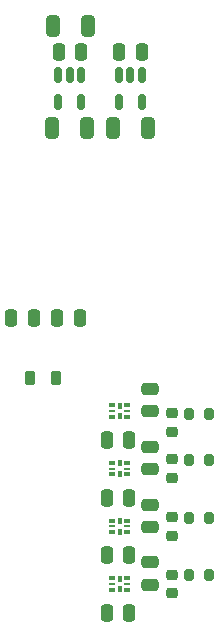
<source format=gtp>
%TF.GenerationSoftware,KiCad,Pcbnew,(6.0.5)*%
%TF.CreationDate,2025-06-10T19:53:23+02:00*%
%TF.ProjectId,LandShark_ADC_Bridge,4c616e64-5368-4617-926b-5f4144435f42,rev?*%
%TF.SameCoordinates,Original*%
%TF.FileFunction,Paste,Top*%
%TF.FilePolarity,Positive*%
%FSLAX46Y46*%
G04 Gerber Fmt 4.6, Leading zero omitted, Abs format (unit mm)*
G04 Created by KiCad (PCBNEW (6.0.5)) date 2025-06-10 19:53:23*
%MOMM*%
%LPD*%
G01*
G04 APERTURE LIST*
G04 Aperture macros list*
%AMRoundRect*
0 Rectangle with rounded corners*
0 $1 Rounding radius*
0 $2 $3 $4 $5 $6 $7 $8 $9 X,Y pos of 4 corners*
0 Add a 4 corners polygon primitive as box body*
4,1,4,$2,$3,$4,$5,$6,$7,$8,$9,$2,$3,0*
0 Add four circle primitives for the rounded corners*
1,1,$1+$1,$2,$3*
1,1,$1+$1,$4,$5*
1,1,$1+$1,$6,$7*
1,1,$1+$1,$8,$9*
0 Add four rect primitives between the rounded corners*
20,1,$1+$1,$2,$3,$4,$5,0*
20,1,$1+$1,$4,$5,$6,$7,0*
20,1,$1+$1,$6,$7,$8,$9,0*
20,1,$1+$1,$8,$9,$2,$3,0*%
G04 Aperture macros list end*
%ADD10RoundRect,0.200000X0.200000X0.275000X-0.200000X0.275000X-0.200000X-0.275000X0.200000X-0.275000X0*%
%ADD11RoundRect,0.250000X-0.250000X-0.475000X0.250000X-0.475000X0.250000X0.475000X-0.250000X0.475000X0*%
%ADD12RoundRect,0.225000X0.250000X-0.225000X0.250000X0.225000X-0.250000X0.225000X-0.250000X-0.225000X0*%
%ADD13RoundRect,0.250000X-0.475000X0.250000X-0.475000X-0.250000X0.475000X-0.250000X0.475000X0.250000X0*%
%ADD14R,0.580000X0.300000*%
%ADD15R,0.580000X0.250000*%
%ADD16R,0.350000X0.630000*%
%ADD17RoundRect,0.250000X0.325000X0.650000X-0.325000X0.650000X-0.325000X-0.650000X0.325000X-0.650000X0*%
%ADD18RoundRect,0.250000X0.250000X0.475000X-0.250000X0.475000X-0.250000X-0.475000X0.250000X-0.475000X0*%
%ADD19RoundRect,0.150000X-0.150000X0.512500X-0.150000X-0.512500X0.150000X-0.512500X0.150000X0.512500X0*%
%ADD20RoundRect,0.218750X-0.218750X-0.381250X0.218750X-0.381250X0.218750X0.381250X-0.218750X0.381250X0*%
G04 APERTURE END LIST*
D10*
%TO.C,R2*%
X158375000Y-107950000D03*
X156725000Y-107950000D03*
%TD*%
D11*
%TO.C,C11*%
X149750000Y-124850000D03*
X151650000Y-124850000D03*
%TD*%
D12*
%TO.C,C13*%
X155250000Y-109475000D03*
X155250000Y-107925000D03*
%TD*%
D13*
%TO.C,C19*%
X153450000Y-120550000D03*
X153450000Y-122450000D03*
%TD*%
D14*
%TO.C,U2*%
X150200000Y-107215000D03*
D15*
X150200000Y-107715000D03*
D14*
X150200000Y-108215000D03*
D16*
X150835000Y-108150000D03*
D14*
X151470000Y-108215000D03*
D15*
X151470000Y-107715000D03*
D14*
X151470000Y-107215000D03*
D16*
X150835000Y-107280000D03*
%TD*%
D14*
%TO.C,U4*%
X150202500Y-121900000D03*
D15*
X150202500Y-122400000D03*
D14*
X150202500Y-122900000D03*
D16*
X150837500Y-122835000D03*
D14*
X151472500Y-122900000D03*
D15*
X151472500Y-122400000D03*
D14*
X151472500Y-121900000D03*
D16*
X150837500Y-121965000D03*
%TD*%
D13*
%TO.C,C16*%
X153450000Y-115650000D03*
X153450000Y-117550000D03*
%TD*%
D11*
%TO.C,C9*%
X149750000Y-110150000D03*
X151650000Y-110150000D03*
%TD*%
D17*
%TO.C,C1*%
X148125000Y-75100000D03*
X145175000Y-75100000D03*
%TD*%
D18*
%TO.C,C6*%
X143550000Y-99825000D03*
X141650000Y-99825000D03*
%TD*%
D10*
%TO.C,R3*%
X158375000Y-111850000D03*
X156725000Y-111850000D03*
%TD*%
D13*
%TO.C,C18*%
X153450000Y-110750000D03*
X153450000Y-112650000D03*
%TD*%
D10*
%TO.C,R1*%
X158375000Y-116750000D03*
X156725000Y-116750000D03*
%TD*%
D12*
%TO.C,C15*%
X155250000Y-123175000D03*
X155250000Y-121625000D03*
%TD*%
D18*
%TO.C,C3*%
X152700000Y-77300000D03*
X150800000Y-77300000D03*
%TD*%
D11*
%TO.C,C10*%
X149750000Y-115050000D03*
X151650000Y-115050000D03*
%TD*%
D19*
%TO.C,U5*%
X147550000Y-79262500D03*
X146600000Y-79262500D03*
X145650000Y-79262500D03*
X145650000Y-81537500D03*
X147550000Y-81537500D03*
%TD*%
D11*
%TO.C,C7*%
X145550000Y-99825000D03*
X147450000Y-99825000D03*
%TD*%
D14*
%TO.C,U3*%
X150202500Y-112100000D03*
D15*
X150202500Y-112600000D03*
D14*
X150202500Y-113100000D03*
D16*
X150837500Y-113035000D03*
D14*
X151472500Y-113100000D03*
D15*
X151472500Y-112600000D03*
D14*
X151472500Y-112100000D03*
D16*
X150837500Y-112165000D03*
%TD*%
D11*
%TO.C,C8*%
X149750000Y-119950000D03*
X151650000Y-119950000D03*
%TD*%
D19*
%TO.C,U6*%
X152700000Y-79262500D03*
X151750000Y-79262500D03*
X150800000Y-79262500D03*
X150800000Y-81537500D03*
X152700000Y-81537500D03*
%TD*%
D13*
%TO.C,C17*%
X153450000Y-105850000D03*
X153450000Y-107750000D03*
%TD*%
D14*
%TO.C,U1*%
X150202500Y-117000000D03*
D15*
X150202500Y-117500000D03*
D14*
X150202500Y-118000000D03*
D16*
X150837500Y-117935000D03*
D14*
X151472500Y-118000000D03*
D15*
X151472500Y-117500000D03*
D14*
X151472500Y-117000000D03*
D16*
X150837500Y-117065000D03*
%TD*%
D17*
%TO.C,C4*%
X148075000Y-83750000D03*
X145125000Y-83750000D03*
%TD*%
D10*
%TO.C,R4*%
X158375000Y-121650000D03*
X156725000Y-121650000D03*
%TD*%
D20*
%TO.C,L1*%
X143287500Y-104900000D03*
X145412500Y-104900000D03*
%TD*%
D12*
%TO.C,C12*%
X155250000Y-118275000D03*
X155250000Y-116725000D03*
%TD*%
%TO.C,C14*%
X155250000Y-113375000D03*
X155250000Y-111825000D03*
%TD*%
D18*
%TO.C,C2*%
X147600000Y-77300000D03*
X145700000Y-77300000D03*
%TD*%
D17*
%TO.C,C5*%
X153225000Y-83750000D03*
X150275000Y-83750000D03*
%TD*%
M02*

</source>
